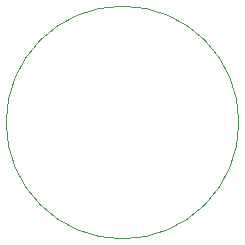
<source format=gm1>
G04 #@! TF.GenerationSoftware,KiCad,Pcbnew,5.1.5+dfsg1-2build2*
G04 #@! TF.CreationDate,2022-04-03T20:03:19+02:00*
G04 #@! TF.ProjectId,rincePile,72696e63-6550-4696-9c65-2e6b69636164,rev?*
G04 #@! TF.SameCoordinates,Original*
G04 #@! TF.FileFunction,Profile,NP*
%FSLAX46Y46*%
G04 Gerber Fmt 4.6, Leading zero omitted, Abs format (unit mm)*
G04 Created by KiCad (PCBNEW 5.1.5+dfsg1-2build2) date 2022-04-03 20:03:19*
%MOMM*%
%LPD*%
G04 APERTURE LIST*
%ADD10C,0.050000*%
G04 APERTURE END LIST*
D10*
X113993837Y18034000D02*
G75*
G03X113993837Y18034000I-9853837J0D01*
G01*
M02*

</source>
